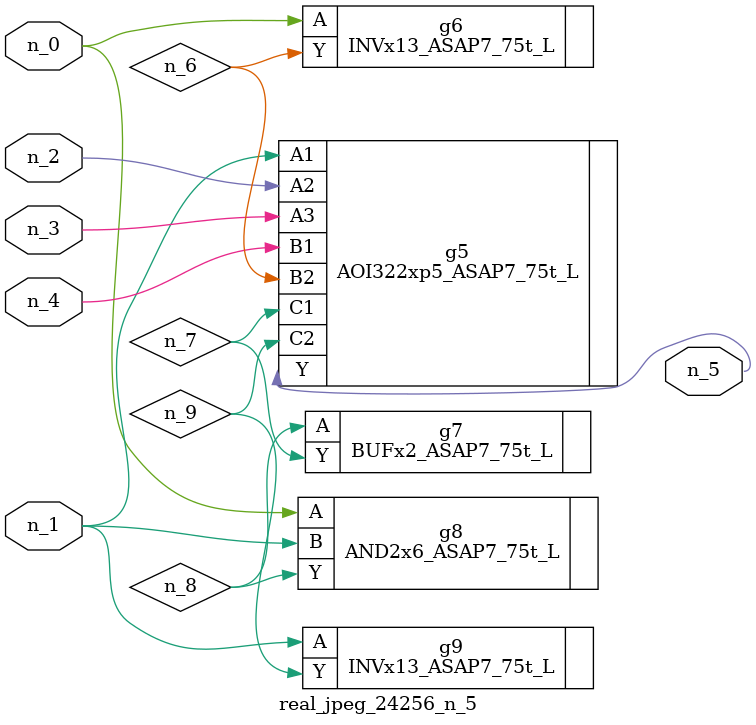
<source format=v>
module real_jpeg_24256_n_5 (n_4, n_0, n_1, n_2, n_3, n_5);

input n_4;
input n_0;
input n_1;
input n_2;
input n_3;

output n_5;

wire n_8;
wire n_6;
wire n_7;
wire n_9;

INVx13_ASAP7_75t_L g6 ( 
.A(n_0),
.Y(n_6)
);

AND2x6_ASAP7_75t_L g8 ( 
.A(n_0),
.B(n_1),
.Y(n_8)
);

AOI322xp5_ASAP7_75t_L g5 ( 
.A1(n_1),
.A2(n_2),
.A3(n_3),
.B1(n_4),
.B2(n_6),
.C1(n_7),
.C2(n_9),
.Y(n_5)
);

INVx13_ASAP7_75t_L g9 ( 
.A(n_1),
.Y(n_9)
);

BUFx2_ASAP7_75t_L g7 ( 
.A(n_8),
.Y(n_7)
);


endmodule
</source>
